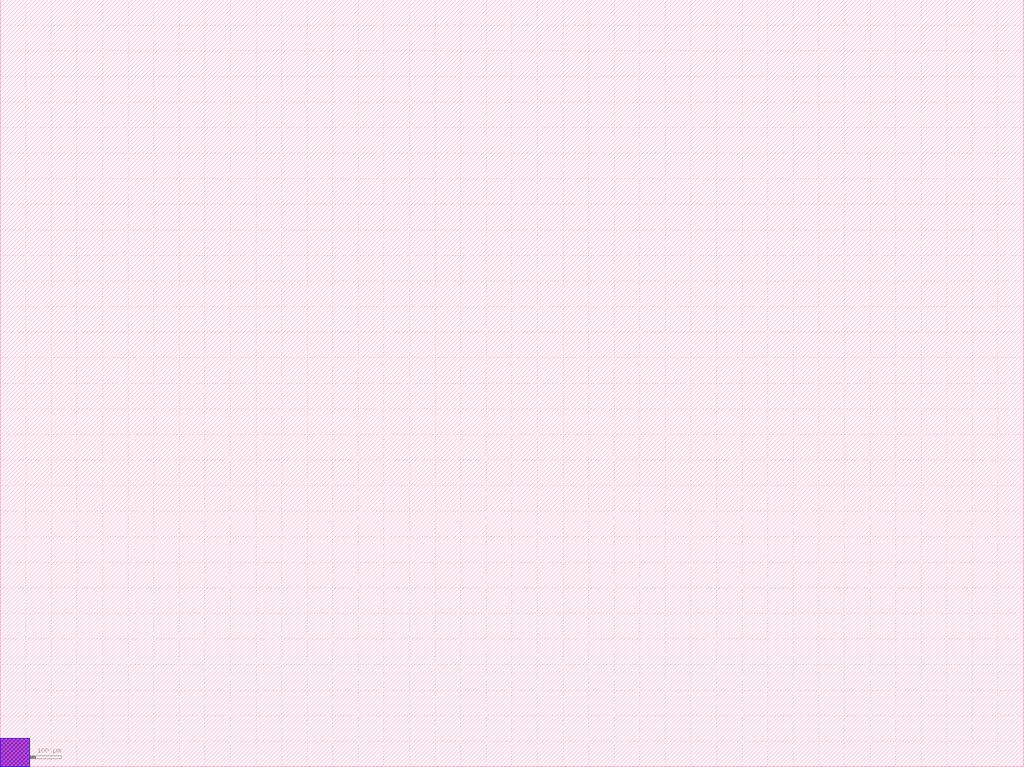
<source format=lef>
###############################################################
#  Generated by:      Cadence Innovus 21.10-p004_1
#  OS:                Linux x86_64(Host ID localhost.localdomain)
#  Generated on:      Fri Feb  3 11:39:12 2023
#  Design:            uart
#  Command:           write_lef_abstract uart.lef -top_layer 9 -stripe_pins
###############################################################

VERSION 5.8 ;

BUSBITCHARS "[]" ;
DIVIDERCHAR "/" ;

MACRO Analog
  CLASS BLOCK ;
  SIZE 2000.600000 BY 1500.050000 ;
  FOREIGN uart 0.000000 0.000000 ;
  ORIGIN 0 0 ;
  SYMMETRY X Y R90 ;
  PIN sys_clk
    DIRECTION INPUT ;
    USE SIGNAL ;
  END sys_clk
  PIN sys_rst
    DIRECTION INPUT ;
    USE SIGNAL ;
  END sys_rst
  PIN csr_a[13]
    DIRECTION INPUT ;
    USE SIGNAL ;
  END csr_a[13]
  PIN csr_a[12]
    DIRECTION INPUT ;
    USE SIGNAL ;
  END csr_a[12]
  PIN csr_a[11]
    DIRECTION INPUT ;
    USE SIGNAL ;
  END csr_a[11]
  PIN csr_a[10]
    DIRECTION INPUT ;
    USE SIGNAL ;
  END csr_a[10]
  PIN csr_a[9]
    DIRECTION INPUT ;
    USE SIGNAL ;
  END csr_a[9]
  PIN csr_a[8]
    DIRECTION INPUT ;
    USE SIGNAL ;
  END csr_a[8]
  PIN csr_a[7]
    DIRECTION INPUT ;
    USE SIGNAL ;
  END csr_a[7]
  PIN csr_a[6]
    DIRECTION INPUT ;
    USE SIGNAL ;
  END csr_a[6]
  PIN csr_a[5]
    DIRECTION INPUT ;
    USE SIGNAL ;
  END csr_a[5]
  PIN csr_a[4]
    DIRECTION INPUT ;
    USE SIGNAL ;
  END csr_a[4]
  PIN csr_a[3]
    DIRECTION INPUT ;
    USE SIGNAL ;
  END csr_a[3]
  PIN csr_a[2]
    DIRECTION INPUT ;
    USE SIGNAL ;
  END csr_a[2]
  PIN csr_a[1]
    DIRECTION INPUT ;
    USE SIGNAL ;
  END csr_a[1]
  PIN csr_a[0]
    DIRECTION INPUT ;
    USE SIGNAL ;
  END csr_a[0]
  PIN csr_we
    DIRECTION INPUT ;
    USE SIGNAL ;
  END csr_we
  PIN csr_di[31]
    DIRECTION INPUT ;
    USE SIGNAL ;
  END csr_di[31]
  PIN csr_di[30]
    DIRECTION INPUT ;
    USE SIGNAL ;
  END csr_di[30]
  PIN csr_di[29]
    DIRECTION INPUT ;
    USE SIGNAL ;
  END csr_di[29]
  PIN csr_di[28]
    DIRECTION INPUT ;
    USE SIGNAL ;
  END csr_di[28]
  PIN csr_di[27]
    DIRECTION INPUT ;
    USE SIGNAL ;
  END csr_di[27]
  PIN csr_di[26]
    DIRECTION INPUT ;
    USE SIGNAL ;
  END csr_di[26]
  PIN csr_di[25]
    DIRECTION INPUT ;
    USE SIGNAL ;
  END csr_di[25]
  PIN csr_di[24]
    DIRECTION INPUT ;
    USE SIGNAL ;
  END csr_di[24]
  PIN csr_di[23]
    DIRECTION INPUT ;
    USE SIGNAL ;
  END csr_di[23]
  PIN csr_di[22]
    DIRECTION INPUT ;
    USE SIGNAL ;
  END csr_di[22]
  PIN csr_di[21]
    DIRECTION INPUT ;
    USE SIGNAL ;
  END csr_di[21]
  PIN csr_di[20]
    DIRECTION INPUT ;
    USE SIGNAL ;
  END csr_di[20]
  PIN csr_di[19]
    DIRECTION INPUT ;
    USE SIGNAL ;
  END csr_di[19]
  PIN csr_di[18]
    DIRECTION INPUT ;
    USE SIGNAL ;
  END csr_di[18]
  PIN csr_di[17]
    DIRECTION INPUT ;
    USE SIGNAL ;
  END csr_di[17]
  PIN csr_di[16]
    DIRECTION INPUT ;
    USE SIGNAL ;
  END csr_di[16]
  PIN csr_di[15]
    DIRECTION INPUT ;
    USE SIGNAL ;
  END csr_di[15]
  PIN csr_di[14]
    DIRECTION INPUT ;
    USE SIGNAL ;
  END csr_di[14]
  PIN csr_di[13]
    DIRECTION INPUT ;
    USE SIGNAL ;
  END csr_di[13]
  PIN csr_di[12]
    DIRECTION INPUT ;
    USE SIGNAL ;
  END csr_di[12]
  PIN csr_di[11]
    DIRECTION INPUT ;
    USE SIGNAL ;
  END csr_di[11]
  PIN csr_di[10]
    DIRECTION INPUT ;
    USE SIGNAL ;
  END csr_di[10]
  PIN csr_di[9]
    DIRECTION INPUT ;
    USE SIGNAL ;
  END csr_di[9]
  PIN csr_di[8]
    DIRECTION INPUT ;
    USE SIGNAL ;
  END csr_di[8]
  PIN csr_di[7]
    DIRECTION INPUT ;
    USE SIGNAL ;
  END csr_di[7]
  PIN csr_di[6]
    DIRECTION INPUT ;
    USE SIGNAL ;
  END csr_di[6]
  PIN csr_di[5]
    DIRECTION INPUT ;
    USE SIGNAL ;
  END csr_di[5]
  PIN csr_di[4]
    DIRECTION INPUT ;
    USE SIGNAL ;
  END csr_di[4]
  PIN csr_di[3]
    DIRECTION INPUT ;
    USE SIGNAL ;
  END csr_di[3]
  PIN csr_di[2]
    DIRECTION INPUT ;
    USE SIGNAL ;
  END csr_di[2]
  PIN csr_di[1]
    DIRECTION INPUT ;
    USE SIGNAL ;
  END csr_di[1]
  PIN csr_di[0]
    DIRECTION INPUT ;
    USE SIGNAL ;
  END csr_di[0]
  PIN csr_do[31]
    DIRECTION OUTPUT ;
    USE SIGNAL ;
  END csr_do[31]
  PIN csr_do[30]
    DIRECTION OUTPUT ;
    USE SIGNAL ;
  END csr_do[30]
  PIN csr_do[29]
    DIRECTION OUTPUT ;
    USE SIGNAL ;
  END csr_do[29]
  PIN csr_do[28]
    DIRECTION OUTPUT ;
    USE SIGNAL ;
  END csr_do[28]
  PIN csr_do[27]
    DIRECTION OUTPUT ;
    USE SIGNAL ;
  END csr_do[27]
  PIN csr_do[26]
    DIRECTION OUTPUT ;
    USE SIGNAL ;
  END csr_do[26]
  PIN csr_do[25]
    DIRECTION OUTPUT ;
    USE SIGNAL ;
  END csr_do[25]
  PIN csr_do[24]
    DIRECTION OUTPUT ;
    USE SIGNAL ;
  END csr_do[24]
  PIN csr_do[23]
    DIRECTION OUTPUT ;
    USE SIGNAL ;
  END csr_do[23]
  PIN csr_do[22]
    DIRECTION OUTPUT ;
    USE SIGNAL ;
  END csr_do[22]
  PIN csr_do[21]
    DIRECTION OUTPUT ;
    USE SIGNAL ;
  END csr_do[21]
  PIN csr_do[20]
    DIRECTION OUTPUT ;
    USE SIGNAL ;
  END csr_do[20]
  PIN csr_do[19]
    DIRECTION OUTPUT ;
    USE SIGNAL ;
  END csr_do[19]
  PIN csr_do[18]
    DIRECTION OUTPUT ;
    USE SIGNAL ;
  END csr_do[18]
  PIN csr_do[17]
    DIRECTION OUTPUT ;
    USE SIGNAL ;
  END csr_do[17]
  PIN csr_do[16]
    DIRECTION OUTPUT ;
    USE SIGNAL ;
  END csr_do[16]
  PIN csr_do[15]
    DIRECTION OUTPUT ;
    USE SIGNAL ;
  END csr_do[15]
  PIN csr_do[14]
    DIRECTION OUTPUT ;
    USE SIGNAL ;
  END csr_do[14]
  PIN csr_do[13]
    DIRECTION OUTPUT ;
    USE SIGNAL ;
  END csr_do[13]
  PIN csr_do[12]
    DIRECTION OUTPUT ;
    USE SIGNAL ;
  END csr_do[12]
  PIN csr_do[11]
    DIRECTION OUTPUT ;
    USE SIGNAL ;
  END csr_do[11]
  PIN csr_do[10]
    DIRECTION OUTPUT ;
    USE SIGNAL ;
  END csr_do[10]
  PIN csr_do[9]
    DIRECTION OUTPUT ;
    USE SIGNAL ;
  END csr_do[9]
  PIN csr_do[8]
    DIRECTION OUTPUT ;
    USE SIGNAL ;
  END csr_do[8]
  PIN csr_do[7]
    DIRECTION OUTPUT ;
    USE SIGNAL ;
  END csr_do[7]
  PIN csr_do[6]
    DIRECTION OUTPUT ;
    USE SIGNAL ;
  END csr_do[6]
  PIN csr_do[5]
    DIRECTION OUTPUT ;
    USE SIGNAL ;
  END csr_do[5]
  PIN csr_do[4]
    DIRECTION OUTPUT ;
    USE SIGNAL ;
  END csr_do[4]
  PIN csr_do[3]
    DIRECTION OUTPUT ;
    USE SIGNAL ;
  END csr_do[3]
  PIN csr_do[2]
    DIRECTION OUTPUT ;
    USE SIGNAL ;
  END csr_do[2]
  PIN csr_do[1]
    DIRECTION OUTPUT ;
    USE SIGNAL ;
  END csr_do[1]
  PIN csr_do[0]
    DIRECTION OUTPUT ;
    USE SIGNAL ;
  END csr_do[0]
  PIN rx_irq
    DIRECTION OUTPUT ;
    USE SIGNAL ;
  END rx_irq
  PIN tx_irq
    DIRECTION OUTPUT ;
    USE SIGNAL ;
  END tx_irq
  PIN uart_rx
    DIRECTION INPUT ;
    USE SIGNAL ;
  END uart_rx
  PIN uart_tx
    DIRECTION OUTPUT ;
    USE SIGNAL ;
  END uart_tx
  OBS
    LAYER Metal1 ;
      RECT 0.000000 0.000000 57.600000 56.050000 ;
    LAYER Metal2 ;
      RECT 0.000000 0.000000 57.600000 56.050000 ;
    LAYER Metal3 ;
      RECT 0.000000 0.000000 57.600000 56.050000 ;
    LAYER Metal4 ;
      RECT 0.000000 0.000000 57.600000 56.050000 ;
    LAYER Metal5 ;
      RECT 0.000000 0.000000 57.600000 56.050000 ;
    LAYER Metal6 ;
      RECT 0.000000 0.000000 57.600000 56.050000 ;
    LAYER Metal7 ;
      RECT 0.000000 0.000000 57.600000 56.050000 ;
    LAYER Metal8 ;
      RECT 0.000000 0.000000 57.600000 56.050000 ;
    LAYER Metal9 ;
      RECT 0.000000 0.000000 57.600000 56.050000 ;
  END
END Analog

END LIBRARY

</source>
